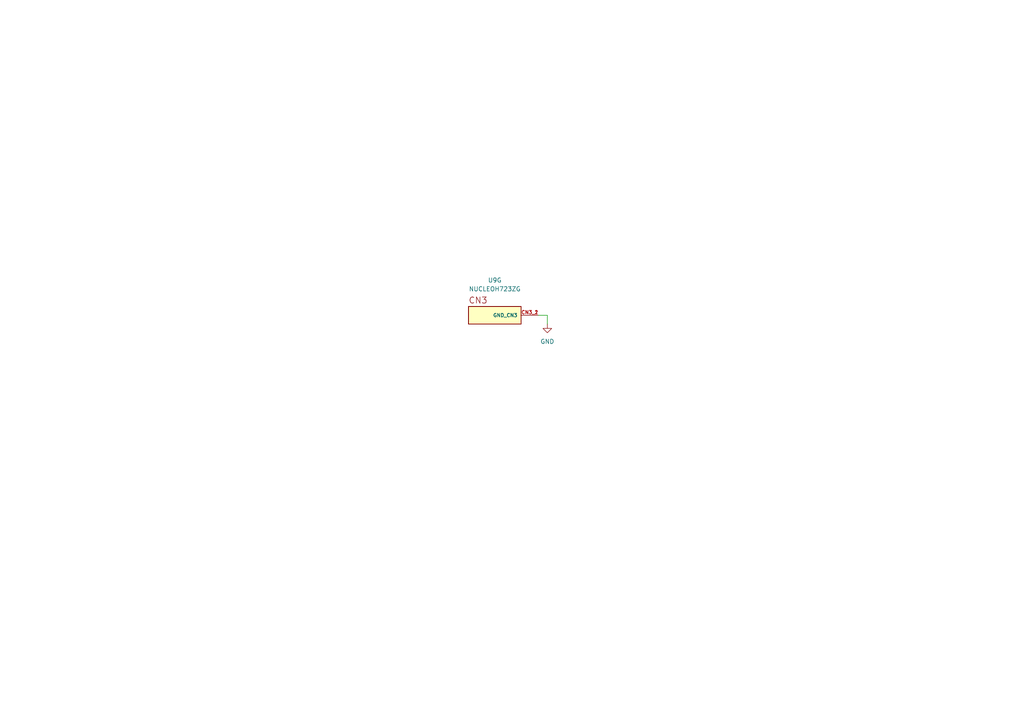
<source format=kicad_sch>
(kicad_sch (version 20250114) (generator "eeschema") (generator_version "9.0")
  (paper "A4")
  (lib_symbols
    (symbol "NUCLEOH723ZG:NUCLEOH723ZG" (pin_names (offset 1.016))
      (property "Reference" "U" (at -12.7 57.15 0))
      (property "Value" "NUCLEOH723ZG" (at -12.7 -54.61 0))
      (symbol "NUCLEOH723ZG_1_0"
        (rectangle (start -12.7 -53.34) (end 12.7 53.34) (stroke (width 0.254)) (fill (type background)))
        (text "CN11" (at -12.7 54.102 0) (effects (font (size 1.778 1.778)) (justify left bottom)))
        (pin input line (at -17.78 35.56 0) (length 5.08) (name "BOOT0") (number "CN11_7"))
        (pin input line (at -17.78 33.02 0) (length 5.08) (name "NRST") (number "CN11_14"))
        (pin bidirectional line (at -17.78 27.94 0) (length 5.08) (name "PA0") (number "CN11_28"))
        (pin bidirectional line (at -17.78 25.4 0) (length 5.08) (name "PA1") (number "CN11_30"))
        (pin bidirectional line (at -17.78 22.86 0) (length 5.08) (name "PA4") (number "CN11_32"))
        (pin bidirectional line (at -17.78 20.32 0) (length 5.08) (name "PA13") (number "CN11_13"))
        (pin bidirectional line (at -17.78 17.78 0) (length 5.08) (name "PA14") (number "CN11_15"))
        (pin bidirectional line (at -17.78 15.24 0) (length 5.08) (name "PA15") (number "CN11_17"))
        (pin bidirectional line (at -17.78 10.16 0) (length 5.08) (name "PB0") (number "CN11_34"))
        (pin bidirectional line (at -17.78 7.62 0) (length 5.08) (name "PB7") (number "CN11_21"))
        (pin bidirectional line (at -17.78 2.54 0) (length 5.08) (name "PC0") (number "CN11_38"))
        (pin bidirectional line (at -17.78 0 0) (length 5.08) (name "PC1") (number "CN11_36"))
        (pin bidirectional line (at -17.78 -2.54 0) (length 5.08) (name "PC2") (number "CN11_35"))
        (pin bidirectional line (at -17.78 -5.08 0) (length 5.08) (name "PC3") (number "CN11_37"))
        (pin bidirectional line (at -17.78 -7.62 0) (length 5.08) (name "PC10") (number "CN11_1"))
        (pin bidirectional line (at -17.78 -10.16 0) (length 5.08) (name "PC11") (number "CN11_2"))
        (pin bidirectional line (at -17.78 -12.7 0) (length 5.08) (name "PC12") (number "CN11_3"))
        (pin bidirectional line (at -17.78 -15.24 0) (length 5.08) (name "PC13") (number "CN11_23"))
        (pin bidirectional line (at -17.78 -17.78 0) (length 5.08) (name "PC14") (number "CN11_25"))
        (pin bidirectional line (at -17.78 -20.32 0) (length 5.08) (name "PC15") (number "CN11_27"))
        (pin bidirectional line (at -17.78 -25.4 0) (length 5.08) (name "PD0") (number "CN11_57"))
        (pin bidirectional line (at -17.78 -27.94 0) (length 5.08) (name "PD1") (number "CN11_55"))
        (pin bidirectional line (at -17.78 -30.48 0) (length 5.08) (name "PD2") (number "CN11_4"))
        (pin bidirectional line (at -17.78 -33.02 0) (length 5.08) (name "PD3") (number "CN11_40"))
        (pin bidirectional line (at -17.78 -35.56 0) (length 5.08) (name "PD4") (number "CN11_39"))
        (pin bidirectional line (at -17.78 -38.1 0) (length 5.08) (name "PD5") (number "CN11_41"))
        (pin bidirectional line (at -17.78 -40.64 0) (length 5.08) (name "PD6") (number "CN11_43"))
        (pin bidirectional line (at -17.78 -43.18 0) (length 5.08) (name "PD7") (number "CN11_45"))
        (pin bidirectional line (at -17.78 -45.72 0) (length 5.08) (name "PD9") (number "CN11_69"))
        (pin power_in line (at 17.78 50.8 180) (length 5.08) (name "3V3") (number "CN11_16"))
        (pin power_in line (at 17.78 48.26 180) (length 5.08) (name "5V") (number "CN11_18"))
        (pin power_in line (at 17.78 45.72 180) (length 5.08) (name "5V_EXT") (number "CN11_6"))
        (pin power_in line (at 17.78 43.18 180) (length 5.08) (name "VBAT") (number "CN11_33"))
        (pin power_in line (at 17.78 40.64 180) (length 5.08) (name "3V3_VDD") (number "CN11_5"))
        (pin power_in line (at 17.78 38.1 180) (length 5.08) (name "VIN") (number "CN11_24"))
        (pin bidirectional line (at 17.78 33.02 180) (length 5.08) (name "IOREF") (number "CN11_12"))
        (pin bidirectional line (at 17.78 27.94 180) (length 5.08) (name "PE1") (number "CN11_61"))
        (pin bidirectional line (at 17.78 25.4 180) (length 5.08) (name "PE2") (number "CN11_46"))
        (pin bidirectional line (at 17.78 22.86 180) (length 5.08) (name "PE3") (number "CN11_47"))
        (pin bidirectional line (at 17.78 20.32 180) (length 5.08) (name "PE4") (number "CN11_48"))
        (pin bidirectional line (at 17.78 17.78 180) (length 5.08) (name "PE5") (number "CN11_50"))
        (pin bidirectional line (at 17.78 15.24 180) (length 5.08) (name "PE6") (number "CN11_62"))
        (pin bidirectional line (at 17.78 10.16 180) (length 5.08) (name "PF0") (number "CN11_53"))
        (pin bidirectional line (at 17.78 7.62 180) (length 5.08) (name "PF1") (number "CN11_51"))
        (pin bidirectional line (at 17.78 5.08 180) (length 5.08) (name "PF2") (number "CN11_52"))
        (pin bidirectional line (at 17.78 2.54 180) (length 5.08) (name "PF6") (number "CN11_9"))
        (pin bidirectional line (at 17.78 0 180) (length 5.08) (name "PF7") (number "CN11_11"))
        (pin bidirectional line (at 17.78 -2.54 180) (length 5.08) (name "PF8") (number "CN11_54"))
        (pin bidirectional line (at 17.78 -5.08 180) (length 5.08) (name "PF9") (number "CN11_56"))
        (pin bidirectional line (at 17.78 -10.16 180) (length 5.08) (name "PG0") (number "CN11_59"))
        (pin bidirectional line (at 17.78 -12.7 180) (length 5.08) (name "PG1") (number "CN11_58"))
        (pin bidirectional line (at 17.78 -15.24 180) (length 5.08) (name "PG2") (number "CN11_42"))
        (pin bidirectional line (at 17.78 -17.78 180) (length 5.08) (name "PG3") (number "CN11_44"))
        (pin bidirectional line (at 17.78 -20.32 180) (length 5.08) (name "PG9") (number "CN11_63"))
        (pin bidirectional line (at 17.78 -22.86 180) (length 5.08) (name "PG10") (number "CN11_66"))
        (pin bidirectional line (at 17.78 -25.4 180) (length 5.08) (name "PG11") (number "CN11_70"))
        (pin bidirectional line (at 17.78 -27.94 180) (length 5.08) (name "PG12") (number "CN11_65"))
        (pin bidirectional line (at 17.78 -30.48 180) (length 5.08) (name "PG13") (number "CN11_68"))
        (pin bidirectional line (at 17.78 -33.02 180) (length 5.08) (name "PG15") (number "CN11_64"))
        (pin bidirectional line (at 17.78 -38.1 180) (length 5.08) (name "PH0") (number "CN11_29"))
        (pin bidirectional line (at 17.78 -40.64 180) (length 5.08) (name "PH1") (number "CN11_31"))
        (pin no_connect line (at 17.78 -45.72 180) (length 5.08) (name "NC") (number "CN11_10"))
        (pin no_connect line (at 17.78 -45.72 180) (length 5.08) (name "NC") (number "CN11_26"))
        (pin no_connect line (at 17.78 -45.72 180) (length 5.08) (name "NC") (number "CN11_67"))
        (pin power_in line (at 17.78 -50.8 180) (length 5.08) (name "GND_CN11") (number "CN11_19"))
        (pin power_in line (at 17.78 -50.8 180) (length 5.08) (name "GND_CN11") (number "CN11_20"))
        (pin power_in line (at 17.78 -50.8 180) (length 5.08) (name "GND_CN11") (number "CN11_22"))
        (pin power_in line (at 17.78 -50.8 180) (length 5.08) (name "GND_CN11") (number "CN11_49"))
        (pin power_in line (at 17.78 -50.8 180) (length 5.08) (name "GND_CN11") (number "CN11_60"))
        (pin power_in line (at 17.78 -50.8 180) (length 5.08) (name "GND_CN11") (number "CN11_8"))
      )
      (symbol "NUCLEOH723ZG_2_0"
        (rectangle (start -12.7 -53.34) (end 12.7 53.34) (stroke (width 0.254)) (fill (type background)))
        (text "CN12" (at -12.7 54.102 0) (effects (font (size 1.778 1.778)) (justify left bottom)))
        (pin bidirectional line (at -17.78 43.18 0) (length 5.08) (name "PA2") (number "CN12_35"))
        (pin bidirectional line (at -17.78 40.64 0) (length 5.08) (name "PA3") (number "CN12_37"))
        (pin bidirectional line (at -17.78 38.1 0) (length 5.08) (name "PA5") (number "CN12_11"))
        (pin bidirectional line (at -17.78 35.56 0) (length 5.08) (name "PA6") (number "CN12_13"))
        (pin bidirectional line (at -17.78 33.02 0) (length 5.08) (name "PA7") (number "CN12_15"))
        (pin bidirectional line (at -17.78 30.48 0) (length 5.08) (name "PA8") (number "CN12_23"))
        (pin bidirectional line (at -17.78 27.94 0) (length 5.08) (name "PA9") (number "CN12_21"))
        (pin bidirectional line (at -17.78 25.4 0) (length 5.08) (name "PA10") (number "CN12_33"))
        (pin bidirectional line (at -17.78 22.86 0) (length 5.08) (name "PA11") (number "CN12_14"))
        (pin bidirectional line (at -17.78 20.32 0) (length 5.08) (name "PA12") (number "CN12_12"))
        (pin bidirectional line (at -17.78 15.24 0) (length 5.08) (name "PB1") (number "CN12_24"))
        (pin bidirectional line (at -17.78 12.7 0) (length 5.08) (name "PB2") (number "CN12_22"))
        (pin bidirectional line (at -17.78 10.16 0) (length 5.08) (name "PB3") (number "CN12_31"))
        (pin bidirectional line (at -17.78 7.62 0) (length 5.08) (name "PB4") (number "CN12_27"))
        (pin bidirectional line (at -17.78 5.08 0) (length 5.08) (name "PB5") (number "CN12_29"))
        (pin bidirectional line (at -17.78 2.54 0) (length 5.08) (name "PB6") (number "CN12_17"))
        (pin bidirectional line (at -17.78 0 0) (length 5.08) (name "PB8") (number "CN12_3"))
        (pin bidirectional line (at -17.78 -2.54 0) (length 5.08) (name "PB9") (number "CN12_5"))
        (pin bidirectional line (at -17.78 -5.08 0) (length 5.08) (name "PB10") (number "CN12_25"))
        (pin bidirectional line (at -17.78 -7.62 0) (length 5.08) (name "PB11") (number "CN12_18"))
        (pin bidirectional line (at -17.78 -10.16 0) (length 5.08) (name "PB12") (number "CN12_16"))
        (pin bidirectional line (at -17.78 -12.7 0) (length 5.08) (name "PB13") (number "CN12_30"))
        (pin bidirectional line (at -17.78 -15.24 0) (length 5.08) (name "PB14") (number "CN12_28"))
        (pin bidirectional line (at -17.78 -17.78 0) (length 5.08) (name "PB15") (number "CN12_26"))
        (pin bidirectional line (at -17.78 -22.86 0) (length 5.08) (name "PC4") (number "CN12_34"))
        (pin bidirectional line (at -17.78 -25.4 0) (length 5.08) (name "PC5") (number "CN12_6"))
        (pin bidirectional line (at -17.78 -27.94 0) (length 5.08) (name "PC6") (number "CN12_4"))
        (pin bidirectional line (at -17.78 -30.48 0) (length 5.08) (name "PC7") (number "CN12_19"))
        (pin bidirectional line (at -17.78 -33.02 0) (length 5.08) (name "PC8") (number "CN12_2"))
        (pin bidirectional line (at -17.78 -35.56 0) (length 5.08) (name "PC9") (number "CN12_1"))
        (pin power_in line (at 17.78 50.8 180) (length 5.08) (name "VREFP") (number "CN12_7"))
        (pin power_in line (at 17.78 48.26 180) (length 5.08) (name "5V_USB_STLK") (number "CN12_8"))
        (pin bidirectional line (at 17.78 43.18 180) (length 5.08) (name "PD8") (number "CN12_10"))
        (pin bidirectional line (at 17.78 40.64 180) (length 5.08) (name "PD10") (number "CN12_65"))
        (pin bidirectional line (at 17.78 38.1 180) (length 5.08) (name "PD11") (number "CN12_45"))
        (pin bidirectional line (at 17.78 35.56 180) (length 5.08) (name "PD12") (number "CN12_43"))
        (pin bidirectional line (at 17.78 33.02 180) (length 5.08) (name "PD13") (number "CN12_41"))
        (pin bidirectional line (at 17.78 30.48 180) (length 5.08) (name "PD14") (number "CN12_46"))
        (pin bidirectional line (at 17.78 27.94 180) (length 5.08) (name "PD15") (number "CN12_48"))
        (pin bidirectional line (at 17.78 22.86 180) (length 5.08) (name "PE0") (number "CN12_64"))
        (pin bidirectional line (at 17.78 20.32 180) (length 5.08) (name "PE7") (number "CN12_44"))
        (pin bidirectional line (at 17.78 17.78 180) (length 5.08) (name "PE8") (number "CN12_40"))
        (pin bidirectional line (at 17.78 15.24 180) (length 5.08) (name "PE9") (number "CN12_52"))
        (pin bidirectional line (at 17.78 12.7 180) (length 5.08) (name "PE10") (number "CN12_47"))
        (pin bidirectional line (at 17.78 10.16 180) (length 5.08) (name "PE11") (number "CN12_56"))
        (pin bidirectional line (at 17.78 7.62 180) (length 5.08) (name "PE12") (number "CN12_49"))
        (pin bidirectional line (at 17.78 5.08 180) (length 5.08) (name "PE13") (number "CN12_55"))
        (pin bidirectional line (at 17.78 2.54 180) (length 5.08) (name "PE14") (number "CN12_51"))
        (pin bidirectional line (at 17.78 0 180) (length 5.08) (name "PE15") (number "CN12_53"))
        (pin bidirectional line (at 17.78 -5.08 180) (length 5.08) (name "PF3") (number "CN12_58"))
        (pin bidirectional line (at 17.78 -7.62 180) (length 5.08) (name "PF4") (number "CN12_38"))
        (pin bidirectional line (at 17.78 -10.16 180) (length 5.08) (name "PF5") (number "CN12_36"))
        (pin bidirectional line (at 17.78 -12.7 180) (length 5.08) (name "PF10") (number "CN12_42"))
        (pin bidirectional line (at 17.78 -15.24 180) (length 5.08) (name "PF11") (number "CN12_62"))
        (pin bidirectional line (at 17.78 -17.78 180) (length 5.08) (name "PF12") (number "CN12_59"))
        (pin bidirectional line (at 17.78 -20.32 180) (length 5.08) (name "PF13") (number "CN12_57"))
        (pin bidirectional line (at 17.78 -22.86 180) (length 5.08) (name "PF14") (number "CN12_50"))
        (pin bidirectional line (at 17.78 -25.4 180) (length 5.08) (name "PF15") (number "CN12_60"))
        (pin bidirectional line (at 17.78 -30.48 180) (length 5.08) (name "PG4") (number "CN12_69"))
        (pin bidirectional line (at 17.78 -33.02 180) (length 5.08) (name "PG5") (number "CN12_68"))
        (pin bidirectional line (at 17.78 -35.56 180) (length 5.08) (name "PG6") (number "CN12_70"))
        (pin bidirectional line (at 17.78 -38.1 180) (length 5.08) (name "PG7") (number "CN12_67"))
        (pin bidirectional line (at 17.78 -40.64 180) (length 5.08) (name "PG8") (number "CN12_66"))
        (pin bidirectional line (at 17.78 -43.18 180) (length 5.08) (name "PG14") (number "CN12_61"))
        (pin power_in line (at 17.78 -48.26 180) (length 5.08) (name "AGND_CN12") (number "CN12_32"))
        (pin power_in line (at 17.78 -50.8 180) (length 5.08) (name "GND_CN12") (number "CN12_20"))
        (pin power_in line (at 17.78 -50.8 180) (length 5.08) (name "GND_CN12") (number "CN12_39"))
        (pin power_in line (at 17.78 -50.8 180) (length 5.08) (name "GND_CN12") (number "CN12_54"))
        (pin power_in line (at 17.78 -50.8 180) (length 5.08) (name "GND_CN12") (number "CN12_63"))
        (pin power_in line (at 17.78 -50.8 180) (length 5.08) (name "GND_CN12") (number "CN12_9"))
      )
      (symbol "NUCLEOH723ZG_3_0"
        (rectangle (start -27.94 -20.32) (end 27.94 20.32) (stroke (width 0.254)) (fill (type background)))
        (text "CN8" (at -27.94 21.082 0) (effects (font (size 1.778 1.778)) (justify left bottom)))
        (pin input line (at -33.02 7.62 0) (length 5.08) (name "NRST_CN8") (number "CN8_5"))
        (pin bidirectional line (at -33.02 2.54 0) (length 5.08) (name "D43/SDMMC_D0") (number "CN8_2"))
        (pin bidirectional line (at -33.02 0 0) (length 5.08) (name "D44/SDMMC_D1/I2S_A_CKIN") (number "CN8_4"))
        (pin bidirectional line (at -33.02 -2.54 0) (length 5.08) (name "D45/SDMMC_D2") (number "CN8_6"))
        (pin bidirectional line (at -33.02 -5.08 0) (length 5.08) (name "D46/SDMMC_D3") (number "CN8_8"))
        (pin bidirectional line (at -33.02 -7.62 0) (length 5.08) (name "D47/SDMMC_CK") (number "CN8_10"))
        (pin bidirectional line (at -33.02 -10.16 0) (length 5.08) (name "D48/SDMMC_CMD") (number "CN8_12"))
        (pin no_connect line (at -33.02 -15.24 0) (length 5.08) (name "NC_CN8") (number "CN8_1"))
        (pin power_in line (at 33.02 17.78 180) (length 5.08) (name "VIN_CN8") (number "CN8_15"))
        (pin power_in line (at 33.02 15.24 180) (length 5.08) (name "5V_CN8") (number "CN8_9"))
        (pin power_in line (at 33.02 12.7 180) (length 5.08) (name "3V3_CN8") (number "CN8_7"))
        (pin bidirectional line (at 33.02 7.62 180) (length 5.08) (name "IOREF_CN8") (number "CN8_3"))
        (pin bidirectional line (at 33.02 0 180) (length 5.08) (name "D50/IO") (number "CN8_16"))
        (pin bidirectional line (at 33.02 -2.54 180) (length 5.08) (name "D49/IO") (number "CN8_14"))
        (pin power_in line (at 33.02 -17.78 180) (length 5.08) (name "GND_CN8") (number "CN8_11"))
        (pin power_in line (at 33.02 -17.78 180) (length 5.08) (name "GND_CN8") (number "CN8_13"))
      )
      (symbol "NUCLEOH723ZG_4_0"
        (rectangle (start -27.94 -25.4) (end 27.94 25.4) (stroke (width 0.254)) (fill (type background)))
        (text "CN9" (at -27.94 26.162 0) (effects (font (size 1.778 1.778)) (justify left bottom)))
        (pin input line (at -33.02 22.86 0) (length 5.08) (name "A0/ADC12_INP15") (number "CN9_1"))
        (pin input line (at -33.02 20.32 0) (length 5.08) (name "A1/ADC123_INP10") (number "CN9_3"))
        (pin input line (at -33.02 17.78 0) (length 5.08) (name "A2/ADC12_INP13") (number "CN9_5"))
        (pin input line (at -33.02 15.24 0) (length 5.08) (name "A3/ADC12_INP5") (number "CN9_7"))
        (pin input line (at -33.02 12.7 0) (length 5.08) (name "A4/ADC123_INP12/I2C1_SDA") (number "CN9_9"))
        (pin input line (at -33.02 10.16 0) (length 5.08) (name "A5/ADC3_INP6/I2C1_SCL") (number "CN9_11"))
        (pin bidirectional line (at -33.02 5.08 0) (length 5.08) (name "D51/USART_B_SCLK") (number "CN9_2"))
        (pin bidirectional line (at -33.02 2.54 0) (length 5.08) (name "D52/USART_B_RX") (number "CN9_4"))
        (pin bidirectional line (at -33.02 0 0) (length 5.08) (name "D53/USART_B_TX") (number "CN9_6"))
        (pin bidirectional line (at -33.02 -2.54 0) (length 5.08) (name "D54/USART_B_RTS") (number "CN9_8"))
        (pin bidirectional line (at -33.02 -5.08 0) (length 5.08) (name "D55/USART_B_CTS") (number "CN9_10"))
        (pin bidirectional line (at -33.02 -10.16 0) (length 5.08) (name "D56/SAI_A_MCLK") (number "CN9_14"))
        (pin bidirectional line (at -33.02 -12.7 0) (length 5.08) (name "D57/SAI_A_FS") (number "CN9_16"))
        (pin bidirectional line (at -33.02 -15.24 0) (length 5.08) (name "D58/SAI_A_SCK") (number "CN9_18"))
        (pin bidirectional line (at -33.02 -17.78 0) (length 5.08) (name "D59/SAI_A_SD") (number "CN9_20"))
        (pin bidirectional line (at 33.02 22.86 180) (length 5.08) (name "D68/I2C_B_SDA") (number "CN9_21"))
        (pin bidirectional line (at 33.02 20.32 180) (length 5.08) (name "D69/I2C_B_SCL") (number "CN9_19"))
        (pin bidirectional line (at 33.02 17.78 180) (length 5.08) (name "D70/I2C_B_SMBA") (number "CN9_17"))
        (pin output line (at 33.02 12.7 180) (length 5.08) (name "D66/CAN_TX") (number "CN9_27"))
        (pin input line (at 33.02 10.16 180) (length 5.08) (name "D67/CAN_RX") (number "CN9_25"))
        (pin bidirectional line (at 33.02 5.08 180) (length 5.08) (name "D64/IO") (number "CN9_30"))
        (pin bidirectional line (at 33.02 2.54 180) (length 5.08) (name "D65/IO") (number "CN9_29"))
        (pin bidirectional line (at 33.02 -2.54 180) (length 5.08) (name "D71/COMP2_INP") (number "CN9_15"))
        (pin bidirectional line (at 33.02 -5.08 180) (length 5.08) (name "D72/COMP1_INP") (number "CN9_13"))
        (pin bidirectional line (at 33.02 -10.16 180) (length 5.08) (name "D62/SAI_B_MCLK") (number "CN9_26"))
        (pin bidirectional line (at 33.02 -12.7 180) (length 5.08) (name "D63/SAI_B_FS") (number "CN9_28"))
        (pin bidirectional line (at 33.02 -15.24 180) (length 5.08) (name "D61/SAI_B_SCK") (number "CN9_24"))
        (pin bidirectional line (at 33.02 -17.78 180) (length 5.08) (name "D60/SAI_B_SD") (number "CN9_22"))
        (pin power_in line (at 33.02 -22.86 180) (length 5.08) (name "GND_CN9") (number "CN9_12"))
        (pin power_in line (at 33.02 -22.86 180) (length 5.08) (name "GND_CN9") (number "CN9_23"))
      )
      (symbol "NUCLEOH723ZG_5_0"
        (rectangle (start -33.02 -20.32) (end 33.02 20.32) (stroke (width 0.254)) (fill (type background)))
        (text "CN7" (at -33.02 21.082 0) (effects (font (size 1.778 1.778)) (justify left bottom)))
        (pin bidirectional line (at -38.1 12.7 0) (length 5.08) (name "D8/IO") (number "CN7_20"))
        (pin bidirectional line (at -38.1 10.16 0) (length 5.08) (name "D9/TIMER_B_PWM2") (number "CN7_18"))
        (pin bidirectional line (at -38.1 2.54 0) (length 5.08) (name "D10/SPI_A_CS/TIM_B_PWM3") (number "CN7_16"))
        (pin bidirectional line (at -38.1 0 0) (length 5.08) (name "D11/SPI_A_MOSI/TIM_E_PWM1") (number "CN7_14"))
        (pin bidirectional line (at -38.1 -2.54 0) (length 5.08) (name "D12/SPI_A_MISO") (number "CN7_12"))
        (pin bidirectional line (at -38.1 -5.08 0) (length 5.08) (name "D13/SPI_A_SCK") (number "CN7_10"))
        (pin bidirectional line (at -38.1 -7.62 0) (length 5.08) (name "D14/I2C_A_SDA") (number "CN7_4"))
        (pin bidirectional line (at -38.1 -10.16 0) (length 5.08) (name "D15/I2C_A_SCL") (number "CN7_2"))
        (pin bidirectional line (at -38.1 -12.7 0) (length 5.08) (name "D16/I2S_A_MCK") (number "CN7_1"))
        (pin power_in line (at 38.1 17.78 180) (length 5.08) (name "VREFP_CN7") (number "CN7_6"))
        (pin bidirectional line (at 38.1 12.7 180) (length 5.08) (name "D25/SPI_B_MISO") (number "CN7_19"))
        (pin bidirectional line (at 38.1 10.16 180) (length 5.08) (name "D24/SPI_B_NSS") (number "CN7_17"))
        (pin bidirectional line (at 38.1 7.62 180) (length 5.08) (name "D23/I2S_B_CK/SPI_B_SCK") (number "CN7_15"))
        (pin bidirectional line (at 38.1 5.08 180) (length 5.08) (name "D22/I2S_B_SD/SPI_B_MOSI") (number "CN7_13"))
        (pin bidirectional line (at 38.1 0 180) (length 5.08) (name "D21/I2S_B_MCK") (number "CN7_11"))
        (pin bidirectional line (at 38.1 -2.54 180) (length 5.08) (name "D20/I2S_B_WS") (number "CN7_9"))
        (pin bidirectional line (at 38.1 -7.62 180) (length 5.08) (name "D19/I2S_A_WS") (number "CN7_7"))
        (pin bidirectional line (at 38.1 -10.16 180) (length 5.08) (name "D18/I2S_A_CK") (number "CN7_5"))
        (pin bidirectional line (at 38.1 -12.7 180) (length 5.08) (name "D17/I2S_A_SD") (number "CN7_3"))
        (pin power_in line (at 38.1 -17.78 180) (length 5.08) (name "GND_CN7") (number "CN7_8"))
      )
      (symbol "NUCLEOH723ZG_6_0"
        (rectangle (start -27.94 -30.48) (end 27.94 30.48) (stroke (width 0.254)) (fill (type background)))
        (text "CN10" (at -27.94 31.242 0) (effects (font (size 1.778 1.778)) (justify left bottom)))
        (pin input line (at -33.02 22.86 0) (length 5.08) (name "A6/ADC_A_IN") (number "CN10_7"))
        (pin input line (at -33.02 20.32 0) (length 5.08) (name "A7/ADC_B_IN") (number "CN10_9"))
        (pin input line (at -33.02 17.78 0) (length 5.08) (name "A8/ADC_C_IN") (number "CN10_11"))
        (pin input line (at -33.02 12.7 0) (length 5.08) (name "D0/USART_A_RX") (number "CN10_16"))
        (pin output line (at -33.02 10.16 0) (length 5.08) (name "D1/USART_A_TX") (number "CN10_14"))
        (pin bidirectional line (at -33.02 5.08 0) (length 5.08) (name "D6/TIMER_A_PWM1") (number "CN10_4"))
        (pin bidirectional line (at -33.02 2.54 0) (length 5.08) (name "D5/TIMER_A_PWM2") (number "CN10_6"))
        (pin bidirectional line (at -33.02 0 0) (length 5.08) (name "D3/TIMER_A_PWM3") (number "CN10_10"))
        (pin bidirectional line (at -33.02 -5.08 0) (length 5.08) (name "D37/TIMER_A_BKIN1") (number "CN10_30"))
        (pin bidirectional line (at -33.02 -7.62 0) (length 5.08) (name "D38/TIMER_A_BKIN2") (number "CN10_28"))
        (pin bidirectional line (at -33.02 -10.16 0) (length 5.08) (name "D39/TIMER_A_PWM3N") (number "CN10_26"))
        (pin bidirectional line (at -33.02 -12.7 0) (length 5.08) (name "D40/TIMER_A_PWM2N") (number "CN10_24"))
        (pin bidirectional line (at -33.02 -15.24 0) (length 5.08) (name "D41/TIMER_A_ETR") (number "CN10_20"))
        (pin bidirectional line (at -33.02 -17.78 0) (length 5.08) (name "D42/TIMER_A_PWM1N") (number "CN10_18"))
        (pin power_in line (at 33.02 27.94 180) (length 5.08) (name "AVDD") (number "CN10_1"))
        (pin bidirectional line (at 33.02 22.86 180) (length 5.08) (name "D34/TIMER_B_ETR") (number "CN10_33"))
        (pin bidirectional line (at 33.02 17.78 180) (length 5.08) (name "D32/TIMER_C_PWM1") (number "CN10_29"))
        (pin bidirectional line (at 33.02 15.24 180) (length 5.08) (name "D36/TIMER_C_PWM2") (number "CN10_32"))
        (pin bidirectional line (at 33.02 12.7 180) (length 5.08) (name "D35/TIMER_C_PWM3") (number "CN10_34"))
        (pin bidirectional line (at 33.02 7.62 180) (length 5.08) (name "D33/TIMER_D_PWM1") (number "CN10_31"))
        (pin bidirectional line (at 33.02 2.54 180) (length 5.08) (name "D2/IO") (number "CN10_12"))
        (pin bidirectional line (at 33.02 0 180) (length 5.08) (name "D4/IO") (number "CN10_8"))
        (pin bidirectional line (at 33.02 -2.54 180) (length 5.08) (name "D7/IO") (number "CN10_2"))
        (pin bidirectional line (at 33.02 -7.62 180) (length 5.08) (name "D26/QSPI_CS") (number "CN10_13"))
        (pin bidirectional line (at 33.02 -10.16 180) (length 5.08) (name "D27/QSPI_CLK") (number "CN10_15"))
        (pin bidirectional line (at 33.02 -12.7 180) (length 5.08) (name "D30/QSPI_BK1_IO0") (number "CN10_23"))
        (pin bidirectional line (at 33.02 -15.24 180) (length 5.08) (name "D29/QSPI_BK1_IO1") (number "CN10_21"))
        (pin bidirectional line (at 33.02 -17.78 180) (length 5.08) (name "D31/QSPI_BK1_IO2") (number "CN10_25"))
        (pin bidirectional line (at 33.02 -20.32 180) (length 5.08) (name "D28/QSPI_BK1_IO3") (number "CN10_19"))
        (pin power_in line (at 33.02 -25.4 180) (length 5.08) (name "AGND_CN10") (number "CN10_3"))
        (pin power_in line (at 33.02 -27.94 180) (length 5.08) (name "GND_CN10") (number "CN10_17"))
        (pin power_in line (at 33.02 -27.94 180) (length 5.08) (name "GND_CN10") (number "CN10_22"))
        (pin power_in line (at 33.02 -27.94 180) (length 5.08) (name "GND_CN10") (number "CN10_27"))
        (pin power_in line (at 33.02 -27.94 180) (length 5.08) (name "GND_CN10") (number "CN10_5"))
      )
      (symbol "NUCLEOH723ZG_7_0"
        (rectangle (start -7.62 -2.54) (end 7.62 2.54) (stroke (width 0.254)) (fill (type background)))
        (text "CN3" (at -7.62 3.302 0) (effects (font (size 1.778 1.778)) (justify left bottom)))
        (pin power_in line (at 12.7 0 180) (length 5.08) (name "GND_CN3") (number "CN3_1"))
        (pin power_in line (at 12.7 0 180) (length 5.08) (name "GND_CN3") (number "CN3_2"))
      )
      (symbol "NUCLEOH723ZG_8_0"
        (rectangle (start -7.62 -2.54) (end 7.62 2.54) (stroke (width 0.254)) (fill (type background)))
        (text "CN4" (at -7.62 3.302 0) (effects (font (size 1.778 1.778)) (justify left bottom)))
        (pin power_in line (at 12.7 0 180) (length 5.08) (name "GND_CN4") (number "CN4_1"))
        (pin power_in line (at 12.7 0 180) (length 5.08) (name "GND_CN4") (number "CN4_2"))
      )
      (symbol "NUCLEOH723ZG_9_0"
        (rectangle (start -7.62 -2.54) (end 7.62 2.54) (stroke (width 0.254)) (fill (type background)))
        (text "CN15" (at -7.62 3.302 0) (effects (font (size 1.778 1.778)) (justify left bottom)))
        (pin power_in line (at 12.7 0 180) (length 5.08) (name "GND_CN15") (number "CN15_1"))
        (pin power_in line (at 12.7 0 180) (length 5.08) (name "GND_CN15") (number "CN15_2"))
      )
      (symbol "NUCLEOH723ZG_10_0"
        (rectangle (start -7.62 -2.54) (end 7.62 2.54) (stroke (width 0.254)) (fill (type background)))
        (text "CN16" (at -7.62 3.302 0) (effects (font (size 1.778 1.778)) (justify left bottom)))
        (pin power_in line (at 12.7 0 180) (length 5.08) (name "GND_CN16") (number "CN16_1"))
        (pin power_in line (at 12.7 0 180) (length 5.08) (name "GND_CN16") (number "CN16_2"))
      )
    )
    (symbol "power:GND" (power) (pin_numbers (hide yes)) (pin_names (offset 0) (hide yes))
      (property "Value" "GND" (at 0 -3.81 0))
      (symbol "GND_0_1"
        (polyline (pts (xy 0 0) (xy 0 -1.27) (xy 1.27 -1.27) (xy 0 -2.54) (xy -1.27 -1.27) (xy 0 -1.27)))
      )
      (symbol "GND_1_1"
        (pin power_in line (at 0 0 270) (length 0) (name "~") (number "1"))
      )
    )
  )
  (wire (pts (xy 156.21 91.44) (xy 158.75 91.44)))
  (wire (pts (xy 158.75 91.44) (xy 158.75 93.98)))
  (symbol (lib_id "power:GND") (at 158.75 93.98 0) (unit 1)
    (property "Reference" "#PWR031" (effects (hide yes)))
    (property "Value" "GND" (at 158.75 99.06 0))
    (property "Description" "Power symbol creates a global label with name \"GND\" , ground" (effects (hide yes)))
  )
  (symbol (lib_id "NUCLEOH723ZG:NUCLEOH723ZG") (at 143.51 91.44 0) (unit 7)
    (property "Reference" "U9" (at 143.51 81.28 0))
    (property "Value" "NUCLEOH723ZG" (at 143.51 83.82 0))
    (property "Footprint" "NUCLEOH723ZG:MODULE_NUCLEOH723ZG" (effects (hide yes)))
    (property "MF" "STMicroelectronics" (effects (hide yes)))
    (property "MAXIMUM_PACKAGE_HEIGHT" "18.57 mm" (effects (hide yes)))
    (property "Package" "None" (effects (hide yes)))
    (property "Price" "None" (effects (hide yes)))
    (property "Check_prices" "https://www.snapeda.com/parts/NUCLEOH723ZG/STMicroelectronics/view-part/?ref=eda" (effects (hide yes)))
    (property "STANDARD" "Manufacturer Recommendations" (effects (hide yes)))
    (property "PARTREV" "2" (effects (hide yes)))
    (property "SnapEDA_Link" "https://www.snapeda.com/parts/NUCLEOH723ZG/STMicroelectronics/view-part/?ref=snap" (effects (hide yes)))
    (property "MP" "NUCLEOH723ZG" (effects (hide yes)))
    (property "Description_1" "STM32H723 Nucleo-144 STM32H7 ARM® Cortex®-M7 MCU 32-Bit Embedded Evaluation Board" (effects (hide yes)))
    (property "SNAPEDA_PN" "NUCLEOH723ZG" (effects (hide yes)))
    (property "Availability" "In Stock" (effects (hide yes)))
    (property "MANUFACTURER" "STMicroelectronics" (effects (hide yes)))
  )
)
</source>
